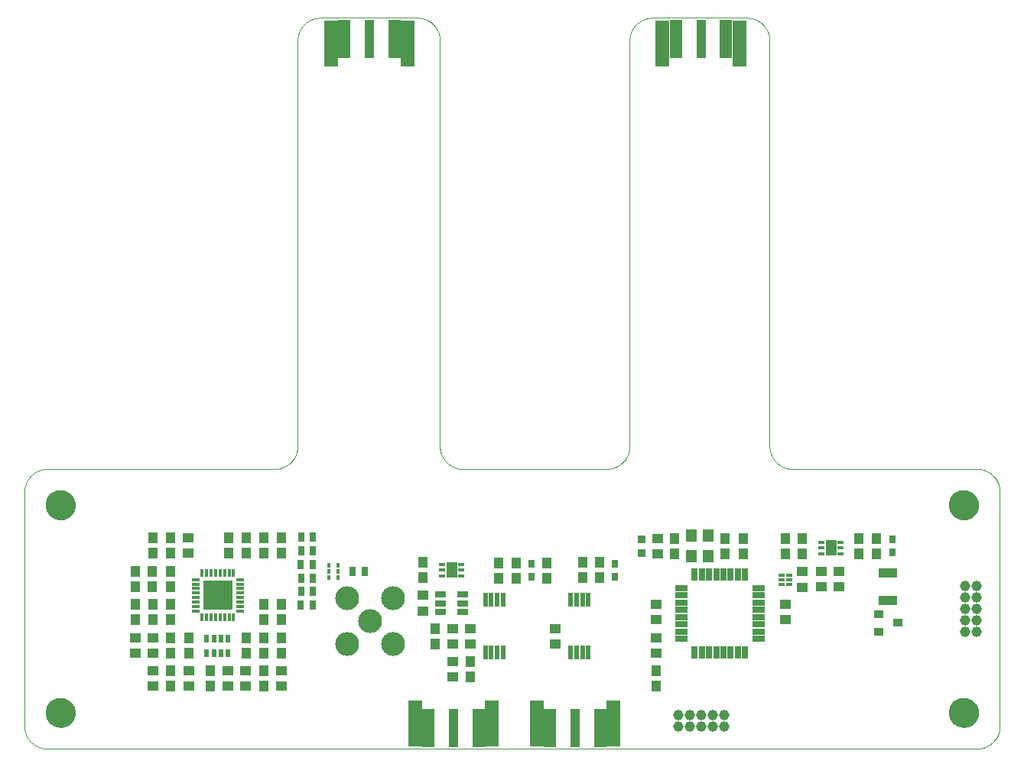
<source format=gts>
G75*
%MOIN*%
%OFA0B0*%
%FSLAX25Y25*%
%IPPOS*%
%LPD*%
%AMOC8*
5,1,8,0,0,1.08239X$1,22.5*
%
%ADD10C,0.00000*%
%ADD11R,0.04337X0.04731*%
%ADD12R,0.03156X0.03943*%
%ADD13R,0.01699X0.02014*%
%ADD14R,0.01581X0.03746*%
%ADD15R,0.03746X0.01581*%
%ADD16R,0.12998X0.12998*%
%ADD17R,0.04731X0.04337*%
%ADD18R,0.02172X0.03550*%
%ADD19R,0.02600X0.05400*%
%ADD20R,0.05400X0.02600*%
%ADD21R,0.02172X0.06207*%
%ADD22R,0.03156X0.03353*%
%ADD23R,0.07880X0.04337*%
%ADD24R,0.03943X0.03550*%
%ADD25R,0.02762X0.01778*%
%ADD26R,0.04731X0.07093*%
%ADD27R,0.03943X0.16542*%
%ADD28R,0.05321X0.16542*%
%ADD29R,0.05912X0.20085*%
%ADD30C,0.04534*%
%ADD31R,0.03550X0.03550*%
%ADD32C,0.12998*%
%ADD33C,0.10400*%
%ADD34R,0.04534X0.05518*%
%ADD35R,0.05124X0.02762*%
%ADD36R,0.03000X0.01400*%
D10*
X0013469Y0037693D02*
X0418665Y0037693D01*
X0418907Y0037696D01*
X0419148Y0037705D01*
X0419389Y0037719D01*
X0419630Y0037740D01*
X0419870Y0037766D01*
X0420110Y0037798D01*
X0420349Y0037836D01*
X0420586Y0037879D01*
X0420823Y0037929D01*
X0421058Y0037984D01*
X0421292Y0038044D01*
X0421524Y0038111D01*
X0421755Y0038182D01*
X0421984Y0038260D01*
X0422211Y0038343D01*
X0422436Y0038431D01*
X0422659Y0038525D01*
X0422879Y0038624D01*
X0423097Y0038729D01*
X0423312Y0038838D01*
X0423525Y0038953D01*
X0423735Y0039073D01*
X0423941Y0039198D01*
X0424145Y0039328D01*
X0424346Y0039463D01*
X0424543Y0039603D01*
X0424737Y0039747D01*
X0424927Y0039896D01*
X0425113Y0040050D01*
X0425296Y0040208D01*
X0425475Y0040370D01*
X0425650Y0040537D01*
X0425821Y0040708D01*
X0425988Y0040883D01*
X0426150Y0041062D01*
X0426308Y0041245D01*
X0426462Y0041431D01*
X0426611Y0041621D01*
X0426755Y0041815D01*
X0426895Y0042012D01*
X0427030Y0042213D01*
X0427160Y0042417D01*
X0427285Y0042623D01*
X0427405Y0042833D01*
X0427520Y0043046D01*
X0427629Y0043261D01*
X0427734Y0043479D01*
X0427833Y0043699D01*
X0427927Y0043922D01*
X0428015Y0044147D01*
X0428098Y0044374D01*
X0428176Y0044603D01*
X0428247Y0044834D01*
X0428314Y0045066D01*
X0428374Y0045300D01*
X0428429Y0045535D01*
X0428479Y0045772D01*
X0428522Y0046009D01*
X0428560Y0046248D01*
X0428592Y0046488D01*
X0428618Y0046728D01*
X0428639Y0046969D01*
X0428653Y0047210D01*
X0428662Y0047451D01*
X0428665Y0047693D01*
X0428665Y0149740D01*
X0428662Y0149982D01*
X0428653Y0150223D01*
X0428639Y0150464D01*
X0428618Y0150705D01*
X0428592Y0150945D01*
X0428560Y0151185D01*
X0428522Y0151424D01*
X0428479Y0151661D01*
X0428429Y0151898D01*
X0428374Y0152133D01*
X0428314Y0152367D01*
X0428247Y0152599D01*
X0428176Y0152830D01*
X0428098Y0153059D01*
X0428015Y0153286D01*
X0427927Y0153511D01*
X0427833Y0153734D01*
X0427734Y0153954D01*
X0427629Y0154172D01*
X0427520Y0154387D01*
X0427405Y0154600D01*
X0427285Y0154810D01*
X0427160Y0155016D01*
X0427030Y0155220D01*
X0426895Y0155421D01*
X0426755Y0155618D01*
X0426611Y0155812D01*
X0426462Y0156002D01*
X0426308Y0156188D01*
X0426150Y0156371D01*
X0425988Y0156550D01*
X0425821Y0156725D01*
X0425650Y0156896D01*
X0425475Y0157063D01*
X0425296Y0157225D01*
X0425113Y0157383D01*
X0424927Y0157537D01*
X0424737Y0157686D01*
X0424543Y0157830D01*
X0424346Y0157970D01*
X0424145Y0158105D01*
X0423941Y0158235D01*
X0423735Y0158360D01*
X0423525Y0158480D01*
X0423312Y0158595D01*
X0423097Y0158704D01*
X0422879Y0158809D01*
X0422659Y0158908D01*
X0422436Y0159002D01*
X0422211Y0159090D01*
X0421984Y0159173D01*
X0421755Y0159251D01*
X0421524Y0159322D01*
X0421292Y0159389D01*
X0421058Y0159449D01*
X0420823Y0159504D01*
X0420586Y0159554D01*
X0420349Y0159597D01*
X0420110Y0159635D01*
X0419870Y0159667D01*
X0419630Y0159693D01*
X0419389Y0159714D01*
X0419148Y0159728D01*
X0418907Y0159737D01*
X0418665Y0159740D01*
X0338272Y0159740D01*
X0338030Y0159743D01*
X0337789Y0159752D01*
X0337548Y0159766D01*
X0337307Y0159787D01*
X0337067Y0159813D01*
X0336827Y0159845D01*
X0336588Y0159883D01*
X0336351Y0159926D01*
X0336114Y0159976D01*
X0335879Y0160031D01*
X0335645Y0160091D01*
X0335413Y0160158D01*
X0335182Y0160229D01*
X0334953Y0160307D01*
X0334726Y0160390D01*
X0334501Y0160478D01*
X0334278Y0160572D01*
X0334058Y0160671D01*
X0333840Y0160776D01*
X0333625Y0160885D01*
X0333412Y0161000D01*
X0333202Y0161120D01*
X0332996Y0161245D01*
X0332792Y0161375D01*
X0332591Y0161510D01*
X0332394Y0161650D01*
X0332200Y0161794D01*
X0332010Y0161943D01*
X0331824Y0162097D01*
X0331641Y0162255D01*
X0331462Y0162417D01*
X0331287Y0162584D01*
X0331116Y0162755D01*
X0330949Y0162930D01*
X0330787Y0163109D01*
X0330629Y0163292D01*
X0330475Y0163478D01*
X0330326Y0163668D01*
X0330182Y0163862D01*
X0330042Y0164059D01*
X0329907Y0164260D01*
X0329777Y0164464D01*
X0329652Y0164670D01*
X0329532Y0164880D01*
X0329417Y0165093D01*
X0329308Y0165308D01*
X0329203Y0165526D01*
X0329104Y0165746D01*
X0329010Y0165969D01*
X0328922Y0166194D01*
X0328839Y0166421D01*
X0328761Y0166650D01*
X0328690Y0166881D01*
X0328623Y0167113D01*
X0328563Y0167347D01*
X0328508Y0167582D01*
X0328458Y0167819D01*
X0328415Y0168056D01*
X0328377Y0168295D01*
X0328345Y0168535D01*
X0328319Y0168775D01*
X0328298Y0169016D01*
X0328284Y0169257D01*
X0328275Y0169498D01*
X0328272Y0169740D01*
X0328272Y0346591D01*
X0328269Y0346833D01*
X0328260Y0347074D01*
X0328246Y0347315D01*
X0328225Y0347556D01*
X0328199Y0347796D01*
X0328167Y0348036D01*
X0328129Y0348275D01*
X0328086Y0348512D01*
X0328036Y0348749D01*
X0327981Y0348984D01*
X0327921Y0349218D01*
X0327854Y0349450D01*
X0327783Y0349681D01*
X0327705Y0349910D01*
X0327622Y0350137D01*
X0327534Y0350362D01*
X0327440Y0350585D01*
X0327341Y0350805D01*
X0327236Y0351023D01*
X0327127Y0351238D01*
X0327012Y0351451D01*
X0326892Y0351661D01*
X0326767Y0351867D01*
X0326637Y0352071D01*
X0326502Y0352272D01*
X0326362Y0352469D01*
X0326218Y0352663D01*
X0326069Y0352853D01*
X0325915Y0353039D01*
X0325757Y0353222D01*
X0325595Y0353401D01*
X0325428Y0353576D01*
X0325257Y0353747D01*
X0325082Y0353914D01*
X0324903Y0354076D01*
X0324720Y0354234D01*
X0324534Y0354388D01*
X0324344Y0354537D01*
X0324150Y0354681D01*
X0323953Y0354821D01*
X0323752Y0354956D01*
X0323548Y0355086D01*
X0323342Y0355211D01*
X0323132Y0355331D01*
X0322919Y0355446D01*
X0322704Y0355555D01*
X0322486Y0355660D01*
X0322266Y0355759D01*
X0322043Y0355853D01*
X0321818Y0355941D01*
X0321591Y0356024D01*
X0321362Y0356102D01*
X0321131Y0356173D01*
X0320899Y0356240D01*
X0320665Y0356300D01*
X0320430Y0356355D01*
X0320193Y0356405D01*
X0319956Y0356448D01*
X0319717Y0356486D01*
X0319477Y0356518D01*
X0319237Y0356544D01*
X0318996Y0356565D01*
X0318755Y0356579D01*
X0318514Y0356588D01*
X0318272Y0356591D01*
X0277248Y0356591D01*
X0277006Y0356588D01*
X0276765Y0356579D01*
X0276524Y0356565D01*
X0276283Y0356544D01*
X0276043Y0356518D01*
X0275803Y0356486D01*
X0275564Y0356448D01*
X0275327Y0356405D01*
X0275090Y0356355D01*
X0274855Y0356300D01*
X0274621Y0356240D01*
X0274389Y0356173D01*
X0274158Y0356102D01*
X0273929Y0356024D01*
X0273702Y0355941D01*
X0273477Y0355853D01*
X0273254Y0355759D01*
X0273034Y0355660D01*
X0272816Y0355555D01*
X0272601Y0355446D01*
X0272388Y0355331D01*
X0272178Y0355211D01*
X0271972Y0355086D01*
X0271768Y0354956D01*
X0271567Y0354821D01*
X0271370Y0354681D01*
X0271176Y0354537D01*
X0270986Y0354388D01*
X0270800Y0354234D01*
X0270617Y0354076D01*
X0270438Y0353914D01*
X0270263Y0353747D01*
X0270092Y0353576D01*
X0269925Y0353401D01*
X0269763Y0353222D01*
X0269605Y0353039D01*
X0269451Y0352853D01*
X0269302Y0352663D01*
X0269158Y0352469D01*
X0269018Y0352272D01*
X0268883Y0352071D01*
X0268753Y0351867D01*
X0268628Y0351661D01*
X0268508Y0351451D01*
X0268393Y0351238D01*
X0268284Y0351023D01*
X0268179Y0350805D01*
X0268080Y0350585D01*
X0267986Y0350362D01*
X0267898Y0350137D01*
X0267815Y0349910D01*
X0267737Y0349681D01*
X0267666Y0349450D01*
X0267599Y0349218D01*
X0267539Y0348984D01*
X0267484Y0348749D01*
X0267434Y0348512D01*
X0267391Y0348275D01*
X0267353Y0348036D01*
X0267321Y0347796D01*
X0267295Y0347556D01*
X0267274Y0347315D01*
X0267260Y0347074D01*
X0267251Y0346833D01*
X0267248Y0346591D01*
X0267248Y0169740D01*
X0267245Y0169498D01*
X0267236Y0169257D01*
X0267222Y0169016D01*
X0267201Y0168775D01*
X0267175Y0168535D01*
X0267143Y0168295D01*
X0267105Y0168056D01*
X0267062Y0167819D01*
X0267012Y0167582D01*
X0266957Y0167347D01*
X0266897Y0167113D01*
X0266830Y0166881D01*
X0266759Y0166650D01*
X0266681Y0166421D01*
X0266598Y0166194D01*
X0266510Y0165969D01*
X0266416Y0165746D01*
X0266317Y0165526D01*
X0266212Y0165308D01*
X0266103Y0165093D01*
X0265988Y0164880D01*
X0265868Y0164670D01*
X0265743Y0164464D01*
X0265613Y0164260D01*
X0265478Y0164059D01*
X0265338Y0163862D01*
X0265194Y0163668D01*
X0265045Y0163478D01*
X0264891Y0163292D01*
X0264733Y0163109D01*
X0264571Y0162930D01*
X0264404Y0162755D01*
X0264233Y0162584D01*
X0264058Y0162417D01*
X0263879Y0162255D01*
X0263696Y0162097D01*
X0263510Y0161943D01*
X0263320Y0161794D01*
X0263126Y0161650D01*
X0262929Y0161510D01*
X0262728Y0161375D01*
X0262524Y0161245D01*
X0262318Y0161120D01*
X0262108Y0161000D01*
X0261895Y0160885D01*
X0261680Y0160776D01*
X0261462Y0160671D01*
X0261242Y0160572D01*
X0261019Y0160478D01*
X0260794Y0160390D01*
X0260567Y0160307D01*
X0260338Y0160229D01*
X0260107Y0160158D01*
X0259875Y0160091D01*
X0259641Y0160031D01*
X0259406Y0159976D01*
X0259169Y0159926D01*
X0258932Y0159883D01*
X0258693Y0159845D01*
X0258453Y0159813D01*
X0258213Y0159787D01*
X0257972Y0159766D01*
X0257731Y0159752D01*
X0257490Y0159743D01*
X0257248Y0159740D01*
X0194571Y0159740D01*
X0194329Y0159743D01*
X0194088Y0159752D01*
X0193847Y0159766D01*
X0193606Y0159787D01*
X0193366Y0159813D01*
X0193126Y0159845D01*
X0192887Y0159883D01*
X0192650Y0159926D01*
X0192413Y0159976D01*
X0192178Y0160031D01*
X0191944Y0160091D01*
X0191712Y0160158D01*
X0191481Y0160229D01*
X0191252Y0160307D01*
X0191025Y0160390D01*
X0190800Y0160478D01*
X0190577Y0160572D01*
X0190357Y0160671D01*
X0190139Y0160776D01*
X0189924Y0160885D01*
X0189711Y0161000D01*
X0189501Y0161120D01*
X0189295Y0161245D01*
X0189091Y0161375D01*
X0188890Y0161510D01*
X0188693Y0161650D01*
X0188499Y0161794D01*
X0188309Y0161943D01*
X0188123Y0162097D01*
X0187940Y0162255D01*
X0187761Y0162417D01*
X0187586Y0162584D01*
X0187415Y0162755D01*
X0187248Y0162930D01*
X0187086Y0163109D01*
X0186928Y0163292D01*
X0186774Y0163478D01*
X0186625Y0163668D01*
X0186481Y0163862D01*
X0186341Y0164059D01*
X0186206Y0164260D01*
X0186076Y0164464D01*
X0185951Y0164670D01*
X0185831Y0164880D01*
X0185716Y0165093D01*
X0185607Y0165308D01*
X0185502Y0165526D01*
X0185403Y0165746D01*
X0185309Y0165969D01*
X0185221Y0166194D01*
X0185138Y0166421D01*
X0185060Y0166650D01*
X0184989Y0166881D01*
X0184922Y0167113D01*
X0184862Y0167347D01*
X0184807Y0167582D01*
X0184757Y0167819D01*
X0184714Y0168056D01*
X0184676Y0168295D01*
X0184644Y0168535D01*
X0184618Y0168775D01*
X0184597Y0169016D01*
X0184583Y0169257D01*
X0184574Y0169498D01*
X0184571Y0169740D01*
X0184571Y0346748D01*
X0184568Y0346986D01*
X0184560Y0347224D01*
X0184545Y0347461D01*
X0184525Y0347698D01*
X0184499Y0347934D01*
X0184468Y0348170D01*
X0184431Y0348405D01*
X0184388Y0348639D01*
X0184339Y0348872D01*
X0184285Y0349104D01*
X0184225Y0349334D01*
X0184160Y0349563D01*
X0184089Y0349790D01*
X0184013Y0350015D01*
X0183931Y0350238D01*
X0183844Y0350460D01*
X0183752Y0350679D01*
X0183654Y0350896D01*
X0183552Y0351110D01*
X0183444Y0351322D01*
X0183330Y0351532D01*
X0183212Y0351738D01*
X0183089Y0351942D01*
X0182961Y0352142D01*
X0182829Y0352339D01*
X0182691Y0352534D01*
X0182549Y0352724D01*
X0182402Y0352912D01*
X0182251Y0353095D01*
X0182096Y0353275D01*
X0181936Y0353451D01*
X0181772Y0353623D01*
X0181603Y0353792D01*
X0181431Y0353956D01*
X0181255Y0354116D01*
X0181075Y0354271D01*
X0180892Y0354422D01*
X0180704Y0354569D01*
X0180514Y0354711D01*
X0180319Y0354849D01*
X0180122Y0354981D01*
X0179922Y0355109D01*
X0179718Y0355232D01*
X0179512Y0355350D01*
X0179302Y0355464D01*
X0179090Y0355572D01*
X0178876Y0355674D01*
X0178659Y0355772D01*
X0178440Y0355864D01*
X0178218Y0355951D01*
X0177995Y0356033D01*
X0177770Y0356109D01*
X0177543Y0356180D01*
X0177314Y0356245D01*
X0177084Y0356305D01*
X0176852Y0356359D01*
X0176619Y0356408D01*
X0176385Y0356451D01*
X0176150Y0356488D01*
X0175914Y0356519D01*
X0175678Y0356545D01*
X0175441Y0356565D01*
X0175204Y0356580D01*
X0174966Y0356588D01*
X0174728Y0356591D01*
X0132406Y0356591D01*
X0132168Y0356588D01*
X0131930Y0356580D01*
X0131693Y0356565D01*
X0131456Y0356545D01*
X0131220Y0356519D01*
X0130984Y0356488D01*
X0130749Y0356451D01*
X0130515Y0356408D01*
X0130282Y0356359D01*
X0130050Y0356305D01*
X0129820Y0356245D01*
X0129591Y0356180D01*
X0129364Y0356109D01*
X0129139Y0356033D01*
X0128916Y0355951D01*
X0128694Y0355864D01*
X0128475Y0355772D01*
X0128258Y0355674D01*
X0128044Y0355572D01*
X0127832Y0355464D01*
X0127622Y0355350D01*
X0127416Y0355232D01*
X0127212Y0355109D01*
X0127012Y0354981D01*
X0126815Y0354849D01*
X0126620Y0354711D01*
X0126430Y0354569D01*
X0126242Y0354422D01*
X0126059Y0354271D01*
X0125879Y0354116D01*
X0125703Y0353956D01*
X0125531Y0353792D01*
X0125362Y0353623D01*
X0125198Y0353451D01*
X0125038Y0353275D01*
X0124883Y0353095D01*
X0124732Y0352912D01*
X0124585Y0352724D01*
X0124443Y0352534D01*
X0124305Y0352339D01*
X0124173Y0352142D01*
X0124045Y0351942D01*
X0123922Y0351738D01*
X0123804Y0351532D01*
X0123690Y0351322D01*
X0123582Y0351110D01*
X0123480Y0350896D01*
X0123382Y0350679D01*
X0123290Y0350460D01*
X0123203Y0350238D01*
X0123121Y0350015D01*
X0123045Y0349790D01*
X0122974Y0349563D01*
X0122909Y0349334D01*
X0122849Y0349104D01*
X0122795Y0348872D01*
X0122746Y0348639D01*
X0122703Y0348405D01*
X0122666Y0348170D01*
X0122635Y0347934D01*
X0122609Y0347698D01*
X0122589Y0347461D01*
X0122574Y0347224D01*
X0122566Y0346986D01*
X0122563Y0346748D01*
X0122563Y0169740D01*
X0122560Y0169498D01*
X0122551Y0169257D01*
X0122537Y0169016D01*
X0122516Y0168775D01*
X0122490Y0168535D01*
X0122458Y0168295D01*
X0122420Y0168056D01*
X0122377Y0167819D01*
X0122327Y0167582D01*
X0122272Y0167347D01*
X0122212Y0167113D01*
X0122145Y0166881D01*
X0122074Y0166650D01*
X0121996Y0166421D01*
X0121913Y0166194D01*
X0121825Y0165969D01*
X0121731Y0165746D01*
X0121632Y0165526D01*
X0121527Y0165308D01*
X0121418Y0165093D01*
X0121303Y0164880D01*
X0121183Y0164670D01*
X0121058Y0164464D01*
X0120928Y0164260D01*
X0120793Y0164059D01*
X0120653Y0163862D01*
X0120509Y0163668D01*
X0120360Y0163478D01*
X0120206Y0163292D01*
X0120048Y0163109D01*
X0119886Y0162930D01*
X0119719Y0162755D01*
X0119548Y0162584D01*
X0119373Y0162417D01*
X0119194Y0162255D01*
X0119011Y0162097D01*
X0118825Y0161943D01*
X0118635Y0161794D01*
X0118441Y0161650D01*
X0118244Y0161510D01*
X0118043Y0161375D01*
X0117839Y0161245D01*
X0117633Y0161120D01*
X0117423Y0161000D01*
X0117210Y0160885D01*
X0116995Y0160776D01*
X0116777Y0160671D01*
X0116557Y0160572D01*
X0116334Y0160478D01*
X0116109Y0160390D01*
X0115882Y0160307D01*
X0115653Y0160229D01*
X0115422Y0160158D01*
X0115190Y0160091D01*
X0114956Y0160031D01*
X0114721Y0159976D01*
X0114484Y0159926D01*
X0114247Y0159883D01*
X0114008Y0159845D01*
X0113768Y0159813D01*
X0113528Y0159787D01*
X0113287Y0159766D01*
X0113046Y0159752D01*
X0112805Y0159743D01*
X0112563Y0159740D01*
X0013469Y0159740D01*
X0013227Y0159737D01*
X0012986Y0159728D01*
X0012745Y0159714D01*
X0012504Y0159693D01*
X0012264Y0159667D01*
X0012024Y0159635D01*
X0011785Y0159597D01*
X0011548Y0159554D01*
X0011311Y0159504D01*
X0011076Y0159449D01*
X0010842Y0159389D01*
X0010610Y0159322D01*
X0010379Y0159251D01*
X0010150Y0159173D01*
X0009923Y0159090D01*
X0009698Y0159002D01*
X0009475Y0158908D01*
X0009255Y0158809D01*
X0009037Y0158704D01*
X0008822Y0158595D01*
X0008609Y0158480D01*
X0008399Y0158360D01*
X0008193Y0158235D01*
X0007989Y0158105D01*
X0007788Y0157970D01*
X0007591Y0157830D01*
X0007397Y0157686D01*
X0007207Y0157537D01*
X0007021Y0157383D01*
X0006838Y0157225D01*
X0006659Y0157063D01*
X0006484Y0156896D01*
X0006313Y0156725D01*
X0006146Y0156550D01*
X0005984Y0156371D01*
X0005826Y0156188D01*
X0005672Y0156002D01*
X0005523Y0155812D01*
X0005379Y0155618D01*
X0005239Y0155421D01*
X0005104Y0155220D01*
X0004974Y0155016D01*
X0004849Y0154810D01*
X0004729Y0154600D01*
X0004614Y0154387D01*
X0004505Y0154172D01*
X0004400Y0153954D01*
X0004301Y0153734D01*
X0004207Y0153511D01*
X0004119Y0153286D01*
X0004036Y0153059D01*
X0003958Y0152830D01*
X0003887Y0152599D01*
X0003820Y0152367D01*
X0003760Y0152133D01*
X0003705Y0151898D01*
X0003655Y0151661D01*
X0003612Y0151424D01*
X0003574Y0151185D01*
X0003542Y0150945D01*
X0003516Y0150705D01*
X0003495Y0150464D01*
X0003481Y0150223D01*
X0003472Y0149982D01*
X0003469Y0149740D01*
X0003469Y0047693D01*
X0003472Y0047451D01*
X0003481Y0047210D01*
X0003495Y0046969D01*
X0003516Y0046728D01*
X0003542Y0046488D01*
X0003574Y0046248D01*
X0003612Y0046009D01*
X0003655Y0045772D01*
X0003705Y0045535D01*
X0003760Y0045300D01*
X0003820Y0045066D01*
X0003887Y0044834D01*
X0003958Y0044603D01*
X0004036Y0044374D01*
X0004119Y0044147D01*
X0004207Y0043922D01*
X0004301Y0043699D01*
X0004400Y0043479D01*
X0004505Y0043261D01*
X0004614Y0043046D01*
X0004729Y0042833D01*
X0004849Y0042623D01*
X0004974Y0042417D01*
X0005104Y0042213D01*
X0005239Y0042012D01*
X0005379Y0041815D01*
X0005523Y0041621D01*
X0005672Y0041431D01*
X0005826Y0041245D01*
X0005984Y0041062D01*
X0006146Y0040883D01*
X0006313Y0040708D01*
X0006484Y0040537D01*
X0006659Y0040370D01*
X0006838Y0040208D01*
X0007021Y0040050D01*
X0007207Y0039896D01*
X0007397Y0039747D01*
X0007591Y0039603D01*
X0007788Y0039463D01*
X0007989Y0039328D01*
X0008193Y0039198D01*
X0008399Y0039073D01*
X0008609Y0038953D01*
X0008822Y0038838D01*
X0009037Y0038729D01*
X0009255Y0038624D01*
X0009475Y0038525D01*
X0009698Y0038431D01*
X0009923Y0038343D01*
X0010150Y0038260D01*
X0010379Y0038182D01*
X0010610Y0038111D01*
X0010842Y0038044D01*
X0011076Y0037984D01*
X0011311Y0037929D01*
X0011548Y0037879D01*
X0011785Y0037836D01*
X0012024Y0037798D01*
X0012264Y0037766D01*
X0012504Y0037740D01*
X0012745Y0037719D01*
X0012986Y0037705D01*
X0013227Y0037696D01*
X0013469Y0037693D01*
X0012918Y0053441D02*
X0012920Y0053599D01*
X0012926Y0053757D01*
X0012936Y0053915D01*
X0012950Y0054073D01*
X0012968Y0054230D01*
X0012989Y0054387D01*
X0013015Y0054543D01*
X0013045Y0054699D01*
X0013078Y0054854D01*
X0013116Y0055007D01*
X0013157Y0055160D01*
X0013202Y0055312D01*
X0013251Y0055463D01*
X0013304Y0055612D01*
X0013360Y0055760D01*
X0013420Y0055906D01*
X0013484Y0056051D01*
X0013552Y0056194D01*
X0013623Y0056336D01*
X0013697Y0056476D01*
X0013775Y0056613D01*
X0013857Y0056749D01*
X0013941Y0056883D01*
X0014030Y0057014D01*
X0014121Y0057143D01*
X0014216Y0057270D01*
X0014313Y0057395D01*
X0014414Y0057517D01*
X0014518Y0057636D01*
X0014625Y0057753D01*
X0014735Y0057867D01*
X0014848Y0057978D01*
X0014963Y0058087D01*
X0015081Y0058192D01*
X0015202Y0058294D01*
X0015325Y0058394D01*
X0015451Y0058490D01*
X0015579Y0058583D01*
X0015709Y0058673D01*
X0015842Y0058759D01*
X0015977Y0058843D01*
X0016113Y0058922D01*
X0016252Y0058999D01*
X0016393Y0059071D01*
X0016535Y0059141D01*
X0016679Y0059206D01*
X0016825Y0059268D01*
X0016972Y0059326D01*
X0017121Y0059381D01*
X0017271Y0059432D01*
X0017422Y0059479D01*
X0017574Y0059522D01*
X0017727Y0059561D01*
X0017882Y0059597D01*
X0018037Y0059628D01*
X0018193Y0059656D01*
X0018349Y0059680D01*
X0018506Y0059700D01*
X0018664Y0059716D01*
X0018821Y0059728D01*
X0018980Y0059736D01*
X0019138Y0059740D01*
X0019296Y0059740D01*
X0019454Y0059736D01*
X0019613Y0059728D01*
X0019770Y0059716D01*
X0019928Y0059700D01*
X0020085Y0059680D01*
X0020241Y0059656D01*
X0020397Y0059628D01*
X0020552Y0059597D01*
X0020707Y0059561D01*
X0020860Y0059522D01*
X0021012Y0059479D01*
X0021163Y0059432D01*
X0021313Y0059381D01*
X0021462Y0059326D01*
X0021609Y0059268D01*
X0021755Y0059206D01*
X0021899Y0059141D01*
X0022041Y0059071D01*
X0022182Y0058999D01*
X0022321Y0058922D01*
X0022457Y0058843D01*
X0022592Y0058759D01*
X0022725Y0058673D01*
X0022855Y0058583D01*
X0022983Y0058490D01*
X0023109Y0058394D01*
X0023232Y0058294D01*
X0023353Y0058192D01*
X0023471Y0058087D01*
X0023586Y0057978D01*
X0023699Y0057867D01*
X0023809Y0057753D01*
X0023916Y0057636D01*
X0024020Y0057517D01*
X0024121Y0057395D01*
X0024218Y0057270D01*
X0024313Y0057143D01*
X0024404Y0057014D01*
X0024493Y0056883D01*
X0024577Y0056749D01*
X0024659Y0056613D01*
X0024737Y0056476D01*
X0024811Y0056336D01*
X0024882Y0056194D01*
X0024950Y0056051D01*
X0025014Y0055906D01*
X0025074Y0055760D01*
X0025130Y0055612D01*
X0025183Y0055463D01*
X0025232Y0055312D01*
X0025277Y0055160D01*
X0025318Y0055007D01*
X0025356Y0054854D01*
X0025389Y0054699D01*
X0025419Y0054543D01*
X0025445Y0054387D01*
X0025466Y0054230D01*
X0025484Y0054073D01*
X0025498Y0053915D01*
X0025508Y0053757D01*
X0025514Y0053599D01*
X0025516Y0053441D01*
X0025514Y0053283D01*
X0025508Y0053125D01*
X0025498Y0052967D01*
X0025484Y0052809D01*
X0025466Y0052652D01*
X0025445Y0052495D01*
X0025419Y0052339D01*
X0025389Y0052183D01*
X0025356Y0052028D01*
X0025318Y0051875D01*
X0025277Y0051722D01*
X0025232Y0051570D01*
X0025183Y0051419D01*
X0025130Y0051270D01*
X0025074Y0051122D01*
X0025014Y0050976D01*
X0024950Y0050831D01*
X0024882Y0050688D01*
X0024811Y0050546D01*
X0024737Y0050406D01*
X0024659Y0050269D01*
X0024577Y0050133D01*
X0024493Y0049999D01*
X0024404Y0049868D01*
X0024313Y0049739D01*
X0024218Y0049612D01*
X0024121Y0049487D01*
X0024020Y0049365D01*
X0023916Y0049246D01*
X0023809Y0049129D01*
X0023699Y0049015D01*
X0023586Y0048904D01*
X0023471Y0048795D01*
X0023353Y0048690D01*
X0023232Y0048588D01*
X0023109Y0048488D01*
X0022983Y0048392D01*
X0022855Y0048299D01*
X0022725Y0048209D01*
X0022592Y0048123D01*
X0022457Y0048039D01*
X0022321Y0047960D01*
X0022182Y0047883D01*
X0022041Y0047811D01*
X0021899Y0047741D01*
X0021755Y0047676D01*
X0021609Y0047614D01*
X0021462Y0047556D01*
X0021313Y0047501D01*
X0021163Y0047450D01*
X0021012Y0047403D01*
X0020860Y0047360D01*
X0020707Y0047321D01*
X0020552Y0047285D01*
X0020397Y0047254D01*
X0020241Y0047226D01*
X0020085Y0047202D01*
X0019928Y0047182D01*
X0019770Y0047166D01*
X0019613Y0047154D01*
X0019454Y0047146D01*
X0019296Y0047142D01*
X0019138Y0047142D01*
X0018980Y0047146D01*
X0018821Y0047154D01*
X0018664Y0047166D01*
X0018506Y0047182D01*
X0018349Y0047202D01*
X0018193Y0047226D01*
X0018037Y0047254D01*
X0017882Y0047285D01*
X0017727Y0047321D01*
X0017574Y0047360D01*
X0017422Y0047403D01*
X0017271Y0047450D01*
X0017121Y0047501D01*
X0016972Y0047556D01*
X0016825Y0047614D01*
X0016679Y0047676D01*
X0016535Y0047741D01*
X0016393Y0047811D01*
X0016252Y0047883D01*
X0016113Y0047960D01*
X0015977Y0048039D01*
X0015842Y0048123D01*
X0015709Y0048209D01*
X0015579Y0048299D01*
X0015451Y0048392D01*
X0015325Y0048488D01*
X0015202Y0048588D01*
X0015081Y0048690D01*
X0014963Y0048795D01*
X0014848Y0048904D01*
X0014735Y0049015D01*
X0014625Y0049129D01*
X0014518Y0049246D01*
X0014414Y0049365D01*
X0014313Y0049487D01*
X0014216Y0049612D01*
X0014121Y0049739D01*
X0014030Y0049868D01*
X0013941Y0049999D01*
X0013857Y0050133D01*
X0013775Y0050269D01*
X0013697Y0050406D01*
X0013623Y0050546D01*
X0013552Y0050688D01*
X0013484Y0050831D01*
X0013420Y0050976D01*
X0013360Y0051122D01*
X0013304Y0051270D01*
X0013251Y0051419D01*
X0013202Y0051570D01*
X0013157Y0051722D01*
X0013116Y0051875D01*
X0013078Y0052028D01*
X0013045Y0052183D01*
X0013015Y0052339D01*
X0012989Y0052495D01*
X0012968Y0052652D01*
X0012950Y0052809D01*
X0012936Y0052967D01*
X0012926Y0053125D01*
X0012920Y0053283D01*
X0012918Y0053441D01*
X0012918Y0143992D02*
X0012920Y0144150D01*
X0012926Y0144308D01*
X0012936Y0144466D01*
X0012950Y0144624D01*
X0012968Y0144781D01*
X0012989Y0144938D01*
X0013015Y0145094D01*
X0013045Y0145250D01*
X0013078Y0145405D01*
X0013116Y0145558D01*
X0013157Y0145711D01*
X0013202Y0145863D01*
X0013251Y0146014D01*
X0013304Y0146163D01*
X0013360Y0146311D01*
X0013420Y0146457D01*
X0013484Y0146602D01*
X0013552Y0146745D01*
X0013623Y0146887D01*
X0013697Y0147027D01*
X0013775Y0147164D01*
X0013857Y0147300D01*
X0013941Y0147434D01*
X0014030Y0147565D01*
X0014121Y0147694D01*
X0014216Y0147821D01*
X0014313Y0147946D01*
X0014414Y0148068D01*
X0014518Y0148187D01*
X0014625Y0148304D01*
X0014735Y0148418D01*
X0014848Y0148529D01*
X0014963Y0148638D01*
X0015081Y0148743D01*
X0015202Y0148845D01*
X0015325Y0148945D01*
X0015451Y0149041D01*
X0015579Y0149134D01*
X0015709Y0149224D01*
X0015842Y0149310D01*
X0015977Y0149394D01*
X0016113Y0149473D01*
X0016252Y0149550D01*
X0016393Y0149622D01*
X0016535Y0149692D01*
X0016679Y0149757D01*
X0016825Y0149819D01*
X0016972Y0149877D01*
X0017121Y0149932D01*
X0017271Y0149983D01*
X0017422Y0150030D01*
X0017574Y0150073D01*
X0017727Y0150112D01*
X0017882Y0150148D01*
X0018037Y0150179D01*
X0018193Y0150207D01*
X0018349Y0150231D01*
X0018506Y0150251D01*
X0018664Y0150267D01*
X0018821Y0150279D01*
X0018980Y0150287D01*
X0019138Y0150291D01*
X0019296Y0150291D01*
X0019454Y0150287D01*
X0019613Y0150279D01*
X0019770Y0150267D01*
X0019928Y0150251D01*
X0020085Y0150231D01*
X0020241Y0150207D01*
X0020397Y0150179D01*
X0020552Y0150148D01*
X0020707Y0150112D01*
X0020860Y0150073D01*
X0021012Y0150030D01*
X0021163Y0149983D01*
X0021313Y0149932D01*
X0021462Y0149877D01*
X0021609Y0149819D01*
X0021755Y0149757D01*
X0021899Y0149692D01*
X0022041Y0149622D01*
X0022182Y0149550D01*
X0022321Y0149473D01*
X0022457Y0149394D01*
X0022592Y0149310D01*
X0022725Y0149224D01*
X0022855Y0149134D01*
X0022983Y0149041D01*
X0023109Y0148945D01*
X0023232Y0148845D01*
X0023353Y0148743D01*
X0023471Y0148638D01*
X0023586Y0148529D01*
X0023699Y0148418D01*
X0023809Y0148304D01*
X0023916Y0148187D01*
X0024020Y0148068D01*
X0024121Y0147946D01*
X0024218Y0147821D01*
X0024313Y0147694D01*
X0024404Y0147565D01*
X0024493Y0147434D01*
X0024577Y0147300D01*
X0024659Y0147164D01*
X0024737Y0147027D01*
X0024811Y0146887D01*
X0024882Y0146745D01*
X0024950Y0146602D01*
X0025014Y0146457D01*
X0025074Y0146311D01*
X0025130Y0146163D01*
X0025183Y0146014D01*
X0025232Y0145863D01*
X0025277Y0145711D01*
X0025318Y0145558D01*
X0025356Y0145405D01*
X0025389Y0145250D01*
X0025419Y0145094D01*
X0025445Y0144938D01*
X0025466Y0144781D01*
X0025484Y0144624D01*
X0025498Y0144466D01*
X0025508Y0144308D01*
X0025514Y0144150D01*
X0025516Y0143992D01*
X0025514Y0143834D01*
X0025508Y0143676D01*
X0025498Y0143518D01*
X0025484Y0143360D01*
X0025466Y0143203D01*
X0025445Y0143046D01*
X0025419Y0142890D01*
X0025389Y0142734D01*
X0025356Y0142579D01*
X0025318Y0142426D01*
X0025277Y0142273D01*
X0025232Y0142121D01*
X0025183Y0141970D01*
X0025130Y0141821D01*
X0025074Y0141673D01*
X0025014Y0141527D01*
X0024950Y0141382D01*
X0024882Y0141239D01*
X0024811Y0141097D01*
X0024737Y0140957D01*
X0024659Y0140820D01*
X0024577Y0140684D01*
X0024493Y0140550D01*
X0024404Y0140419D01*
X0024313Y0140290D01*
X0024218Y0140163D01*
X0024121Y0140038D01*
X0024020Y0139916D01*
X0023916Y0139797D01*
X0023809Y0139680D01*
X0023699Y0139566D01*
X0023586Y0139455D01*
X0023471Y0139346D01*
X0023353Y0139241D01*
X0023232Y0139139D01*
X0023109Y0139039D01*
X0022983Y0138943D01*
X0022855Y0138850D01*
X0022725Y0138760D01*
X0022592Y0138674D01*
X0022457Y0138590D01*
X0022321Y0138511D01*
X0022182Y0138434D01*
X0022041Y0138362D01*
X0021899Y0138292D01*
X0021755Y0138227D01*
X0021609Y0138165D01*
X0021462Y0138107D01*
X0021313Y0138052D01*
X0021163Y0138001D01*
X0021012Y0137954D01*
X0020860Y0137911D01*
X0020707Y0137872D01*
X0020552Y0137836D01*
X0020397Y0137805D01*
X0020241Y0137777D01*
X0020085Y0137753D01*
X0019928Y0137733D01*
X0019770Y0137717D01*
X0019613Y0137705D01*
X0019454Y0137697D01*
X0019296Y0137693D01*
X0019138Y0137693D01*
X0018980Y0137697D01*
X0018821Y0137705D01*
X0018664Y0137717D01*
X0018506Y0137733D01*
X0018349Y0137753D01*
X0018193Y0137777D01*
X0018037Y0137805D01*
X0017882Y0137836D01*
X0017727Y0137872D01*
X0017574Y0137911D01*
X0017422Y0137954D01*
X0017271Y0138001D01*
X0017121Y0138052D01*
X0016972Y0138107D01*
X0016825Y0138165D01*
X0016679Y0138227D01*
X0016535Y0138292D01*
X0016393Y0138362D01*
X0016252Y0138434D01*
X0016113Y0138511D01*
X0015977Y0138590D01*
X0015842Y0138674D01*
X0015709Y0138760D01*
X0015579Y0138850D01*
X0015451Y0138943D01*
X0015325Y0139039D01*
X0015202Y0139139D01*
X0015081Y0139241D01*
X0014963Y0139346D01*
X0014848Y0139455D01*
X0014735Y0139566D01*
X0014625Y0139680D01*
X0014518Y0139797D01*
X0014414Y0139916D01*
X0014313Y0140038D01*
X0014216Y0140163D01*
X0014121Y0140290D01*
X0014030Y0140419D01*
X0013941Y0140550D01*
X0013857Y0140684D01*
X0013775Y0140820D01*
X0013697Y0140957D01*
X0013623Y0141097D01*
X0013552Y0141239D01*
X0013484Y0141382D01*
X0013420Y0141527D01*
X0013360Y0141673D01*
X0013304Y0141821D01*
X0013251Y0141970D01*
X0013202Y0142121D01*
X0013157Y0142273D01*
X0013116Y0142426D01*
X0013078Y0142579D01*
X0013045Y0142734D01*
X0013015Y0142890D01*
X0012989Y0143046D01*
X0012968Y0143203D01*
X0012950Y0143360D01*
X0012936Y0143518D01*
X0012926Y0143676D01*
X0012920Y0143834D01*
X0012918Y0143992D01*
X0406618Y0143992D02*
X0406620Y0144150D01*
X0406626Y0144308D01*
X0406636Y0144466D01*
X0406650Y0144624D01*
X0406668Y0144781D01*
X0406689Y0144938D01*
X0406715Y0145094D01*
X0406745Y0145250D01*
X0406778Y0145405D01*
X0406816Y0145558D01*
X0406857Y0145711D01*
X0406902Y0145863D01*
X0406951Y0146014D01*
X0407004Y0146163D01*
X0407060Y0146311D01*
X0407120Y0146457D01*
X0407184Y0146602D01*
X0407252Y0146745D01*
X0407323Y0146887D01*
X0407397Y0147027D01*
X0407475Y0147164D01*
X0407557Y0147300D01*
X0407641Y0147434D01*
X0407730Y0147565D01*
X0407821Y0147694D01*
X0407916Y0147821D01*
X0408013Y0147946D01*
X0408114Y0148068D01*
X0408218Y0148187D01*
X0408325Y0148304D01*
X0408435Y0148418D01*
X0408548Y0148529D01*
X0408663Y0148638D01*
X0408781Y0148743D01*
X0408902Y0148845D01*
X0409025Y0148945D01*
X0409151Y0149041D01*
X0409279Y0149134D01*
X0409409Y0149224D01*
X0409542Y0149310D01*
X0409677Y0149394D01*
X0409813Y0149473D01*
X0409952Y0149550D01*
X0410093Y0149622D01*
X0410235Y0149692D01*
X0410379Y0149757D01*
X0410525Y0149819D01*
X0410672Y0149877D01*
X0410821Y0149932D01*
X0410971Y0149983D01*
X0411122Y0150030D01*
X0411274Y0150073D01*
X0411427Y0150112D01*
X0411582Y0150148D01*
X0411737Y0150179D01*
X0411893Y0150207D01*
X0412049Y0150231D01*
X0412206Y0150251D01*
X0412364Y0150267D01*
X0412521Y0150279D01*
X0412680Y0150287D01*
X0412838Y0150291D01*
X0412996Y0150291D01*
X0413154Y0150287D01*
X0413313Y0150279D01*
X0413470Y0150267D01*
X0413628Y0150251D01*
X0413785Y0150231D01*
X0413941Y0150207D01*
X0414097Y0150179D01*
X0414252Y0150148D01*
X0414407Y0150112D01*
X0414560Y0150073D01*
X0414712Y0150030D01*
X0414863Y0149983D01*
X0415013Y0149932D01*
X0415162Y0149877D01*
X0415309Y0149819D01*
X0415455Y0149757D01*
X0415599Y0149692D01*
X0415741Y0149622D01*
X0415882Y0149550D01*
X0416021Y0149473D01*
X0416157Y0149394D01*
X0416292Y0149310D01*
X0416425Y0149224D01*
X0416555Y0149134D01*
X0416683Y0149041D01*
X0416809Y0148945D01*
X0416932Y0148845D01*
X0417053Y0148743D01*
X0417171Y0148638D01*
X0417286Y0148529D01*
X0417399Y0148418D01*
X0417509Y0148304D01*
X0417616Y0148187D01*
X0417720Y0148068D01*
X0417821Y0147946D01*
X0417918Y0147821D01*
X0418013Y0147694D01*
X0418104Y0147565D01*
X0418193Y0147434D01*
X0418277Y0147300D01*
X0418359Y0147164D01*
X0418437Y0147027D01*
X0418511Y0146887D01*
X0418582Y0146745D01*
X0418650Y0146602D01*
X0418714Y0146457D01*
X0418774Y0146311D01*
X0418830Y0146163D01*
X0418883Y0146014D01*
X0418932Y0145863D01*
X0418977Y0145711D01*
X0419018Y0145558D01*
X0419056Y0145405D01*
X0419089Y0145250D01*
X0419119Y0145094D01*
X0419145Y0144938D01*
X0419166Y0144781D01*
X0419184Y0144624D01*
X0419198Y0144466D01*
X0419208Y0144308D01*
X0419214Y0144150D01*
X0419216Y0143992D01*
X0419214Y0143834D01*
X0419208Y0143676D01*
X0419198Y0143518D01*
X0419184Y0143360D01*
X0419166Y0143203D01*
X0419145Y0143046D01*
X0419119Y0142890D01*
X0419089Y0142734D01*
X0419056Y0142579D01*
X0419018Y0142426D01*
X0418977Y0142273D01*
X0418932Y0142121D01*
X0418883Y0141970D01*
X0418830Y0141821D01*
X0418774Y0141673D01*
X0418714Y0141527D01*
X0418650Y0141382D01*
X0418582Y0141239D01*
X0418511Y0141097D01*
X0418437Y0140957D01*
X0418359Y0140820D01*
X0418277Y0140684D01*
X0418193Y0140550D01*
X0418104Y0140419D01*
X0418013Y0140290D01*
X0417918Y0140163D01*
X0417821Y0140038D01*
X0417720Y0139916D01*
X0417616Y0139797D01*
X0417509Y0139680D01*
X0417399Y0139566D01*
X0417286Y0139455D01*
X0417171Y0139346D01*
X0417053Y0139241D01*
X0416932Y0139139D01*
X0416809Y0139039D01*
X0416683Y0138943D01*
X0416555Y0138850D01*
X0416425Y0138760D01*
X0416292Y0138674D01*
X0416157Y0138590D01*
X0416021Y0138511D01*
X0415882Y0138434D01*
X0415741Y0138362D01*
X0415599Y0138292D01*
X0415455Y0138227D01*
X0415309Y0138165D01*
X0415162Y0138107D01*
X0415013Y0138052D01*
X0414863Y0138001D01*
X0414712Y0137954D01*
X0414560Y0137911D01*
X0414407Y0137872D01*
X0414252Y0137836D01*
X0414097Y0137805D01*
X0413941Y0137777D01*
X0413785Y0137753D01*
X0413628Y0137733D01*
X0413470Y0137717D01*
X0413313Y0137705D01*
X0413154Y0137697D01*
X0412996Y0137693D01*
X0412838Y0137693D01*
X0412680Y0137697D01*
X0412521Y0137705D01*
X0412364Y0137717D01*
X0412206Y0137733D01*
X0412049Y0137753D01*
X0411893Y0137777D01*
X0411737Y0137805D01*
X0411582Y0137836D01*
X0411427Y0137872D01*
X0411274Y0137911D01*
X0411122Y0137954D01*
X0410971Y0138001D01*
X0410821Y0138052D01*
X0410672Y0138107D01*
X0410525Y0138165D01*
X0410379Y0138227D01*
X0410235Y0138292D01*
X0410093Y0138362D01*
X0409952Y0138434D01*
X0409813Y0138511D01*
X0409677Y0138590D01*
X0409542Y0138674D01*
X0409409Y0138760D01*
X0409279Y0138850D01*
X0409151Y0138943D01*
X0409025Y0139039D01*
X0408902Y0139139D01*
X0408781Y0139241D01*
X0408663Y0139346D01*
X0408548Y0139455D01*
X0408435Y0139566D01*
X0408325Y0139680D01*
X0408218Y0139797D01*
X0408114Y0139916D01*
X0408013Y0140038D01*
X0407916Y0140163D01*
X0407821Y0140290D01*
X0407730Y0140419D01*
X0407641Y0140550D01*
X0407557Y0140684D01*
X0407475Y0140820D01*
X0407397Y0140957D01*
X0407323Y0141097D01*
X0407252Y0141239D01*
X0407184Y0141382D01*
X0407120Y0141527D01*
X0407060Y0141673D01*
X0407004Y0141821D01*
X0406951Y0141970D01*
X0406902Y0142121D01*
X0406857Y0142273D01*
X0406816Y0142426D01*
X0406778Y0142579D01*
X0406745Y0142734D01*
X0406715Y0142890D01*
X0406689Y0143046D01*
X0406668Y0143203D01*
X0406650Y0143360D01*
X0406636Y0143518D01*
X0406626Y0143676D01*
X0406620Y0143834D01*
X0406618Y0143992D01*
X0406618Y0053441D02*
X0406620Y0053599D01*
X0406626Y0053757D01*
X0406636Y0053915D01*
X0406650Y0054073D01*
X0406668Y0054230D01*
X0406689Y0054387D01*
X0406715Y0054543D01*
X0406745Y0054699D01*
X0406778Y0054854D01*
X0406816Y0055007D01*
X0406857Y0055160D01*
X0406902Y0055312D01*
X0406951Y0055463D01*
X0407004Y0055612D01*
X0407060Y0055760D01*
X0407120Y0055906D01*
X0407184Y0056051D01*
X0407252Y0056194D01*
X0407323Y0056336D01*
X0407397Y0056476D01*
X0407475Y0056613D01*
X0407557Y0056749D01*
X0407641Y0056883D01*
X0407730Y0057014D01*
X0407821Y0057143D01*
X0407916Y0057270D01*
X0408013Y0057395D01*
X0408114Y0057517D01*
X0408218Y0057636D01*
X0408325Y0057753D01*
X0408435Y0057867D01*
X0408548Y0057978D01*
X0408663Y0058087D01*
X0408781Y0058192D01*
X0408902Y0058294D01*
X0409025Y0058394D01*
X0409151Y0058490D01*
X0409279Y0058583D01*
X0409409Y0058673D01*
X0409542Y0058759D01*
X0409677Y0058843D01*
X0409813Y0058922D01*
X0409952Y0058999D01*
X0410093Y0059071D01*
X0410235Y0059141D01*
X0410379Y0059206D01*
X0410525Y0059268D01*
X0410672Y0059326D01*
X0410821Y0059381D01*
X0410971Y0059432D01*
X0411122Y0059479D01*
X0411274Y0059522D01*
X0411427Y0059561D01*
X0411582Y0059597D01*
X0411737Y0059628D01*
X0411893Y0059656D01*
X0412049Y0059680D01*
X0412206Y0059700D01*
X0412364Y0059716D01*
X0412521Y0059728D01*
X0412680Y0059736D01*
X0412838Y0059740D01*
X0412996Y0059740D01*
X0413154Y0059736D01*
X0413313Y0059728D01*
X0413470Y0059716D01*
X0413628Y0059700D01*
X0413785Y0059680D01*
X0413941Y0059656D01*
X0414097Y0059628D01*
X0414252Y0059597D01*
X0414407Y0059561D01*
X0414560Y0059522D01*
X0414712Y0059479D01*
X0414863Y0059432D01*
X0415013Y0059381D01*
X0415162Y0059326D01*
X0415309Y0059268D01*
X0415455Y0059206D01*
X0415599Y0059141D01*
X0415741Y0059071D01*
X0415882Y0058999D01*
X0416021Y0058922D01*
X0416157Y0058843D01*
X0416292Y0058759D01*
X0416425Y0058673D01*
X0416555Y0058583D01*
X0416683Y0058490D01*
X0416809Y0058394D01*
X0416932Y0058294D01*
X0417053Y0058192D01*
X0417171Y0058087D01*
X0417286Y0057978D01*
X0417399Y0057867D01*
X0417509Y0057753D01*
X0417616Y0057636D01*
X0417720Y0057517D01*
X0417821Y0057395D01*
X0417918Y0057270D01*
X0418013Y0057143D01*
X0418104Y0057014D01*
X0418193Y0056883D01*
X0418277Y0056749D01*
X0418359Y0056613D01*
X0418437Y0056476D01*
X0418511Y0056336D01*
X0418582Y0056194D01*
X0418650Y0056051D01*
X0418714Y0055906D01*
X0418774Y0055760D01*
X0418830Y0055612D01*
X0418883Y0055463D01*
X0418932Y0055312D01*
X0418977Y0055160D01*
X0419018Y0055007D01*
X0419056Y0054854D01*
X0419089Y0054699D01*
X0419119Y0054543D01*
X0419145Y0054387D01*
X0419166Y0054230D01*
X0419184Y0054073D01*
X0419198Y0053915D01*
X0419208Y0053757D01*
X0419214Y0053599D01*
X0419216Y0053441D01*
X0419214Y0053283D01*
X0419208Y0053125D01*
X0419198Y0052967D01*
X0419184Y0052809D01*
X0419166Y0052652D01*
X0419145Y0052495D01*
X0419119Y0052339D01*
X0419089Y0052183D01*
X0419056Y0052028D01*
X0419018Y0051875D01*
X0418977Y0051722D01*
X0418932Y0051570D01*
X0418883Y0051419D01*
X0418830Y0051270D01*
X0418774Y0051122D01*
X0418714Y0050976D01*
X0418650Y0050831D01*
X0418582Y0050688D01*
X0418511Y0050546D01*
X0418437Y0050406D01*
X0418359Y0050269D01*
X0418277Y0050133D01*
X0418193Y0049999D01*
X0418104Y0049868D01*
X0418013Y0049739D01*
X0417918Y0049612D01*
X0417821Y0049487D01*
X0417720Y0049365D01*
X0417616Y0049246D01*
X0417509Y0049129D01*
X0417399Y0049015D01*
X0417286Y0048904D01*
X0417171Y0048795D01*
X0417053Y0048690D01*
X0416932Y0048588D01*
X0416809Y0048488D01*
X0416683Y0048392D01*
X0416555Y0048299D01*
X0416425Y0048209D01*
X0416292Y0048123D01*
X0416157Y0048039D01*
X0416021Y0047960D01*
X0415882Y0047883D01*
X0415741Y0047811D01*
X0415599Y0047741D01*
X0415455Y0047676D01*
X0415309Y0047614D01*
X0415162Y0047556D01*
X0415013Y0047501D01*
X0414863Y0047450D01*
X0414712Y0047403D01*
X0414560Y0047360D01*
X0414407Y0047321D01*
X0414252Y0047285D01*
X0414097Y0047254D01*
X0413941Y0047226D01*
X0413785Y0047202D01*
X0413628Y0047182D01*
X0413470Y0047166D01*
X0413313Y0047154D01*
X0413154Y0047146D01*
X0412996Y0047142D01*
X0412838Y0047142D01*
X0412680Y0047146D01*
X0412521Y0047154D01*
X0412364Y0047166D01*
X0412206Y0047182D01*
X0412049Y0047202D01*
X0411893Y0047226D01*
X0411737Y0047254D01*
X0411582Y0047285D01*
X0411427Y0047321D01*
X0411274Y0047360D01*
X0411122Y0047403D01*
X0410971Y0047450D01*
X0410821Y0047501D01*
X0410672Y0047556D01*
X0410525Y0047614D01*
X0410379Y0047676D01*
X0410235Y0047741D01*
X0410093Y0047811D01*
X0409952Y0047883D01*
X0409813Y0047960D01*
X0409677Y0048039D01*
X0409542Y0048123D01*
X0409409Y0048209D01*
X0409279Y0048299D01*
X0409151Y0048392D01*
X0409025Y0048488D01*
X0408902Y0048588D01*
X0408781Y0048690D01*
X0408663Y0048795D01*
X0408548Y0048904D01*
X0408435Y0049015D01*
X0408325Y0049129D01*
X0408218Y0049246D01*
X0408114Y0049365D01*
X0408013Y0049487D01*
X0407916Y0049612D01*
X0407821Y0049739D01*
X0407730Y0049868D01*
X0407641Y0049999D01*
X0407557Y0050133D01*
X0407475Y0050269D01*
X0407397Y0050406D01*
X0407323Y0050546D01*
X0407252Y0050688D01*
X0407184Y0050831D01*
X0407120Y0050976D01*
X0407060Y0051122D01*
X0407004Y0051270D01*
X0406951Y0051419D01*
X0406902Y0051570D01*
X0406857Y0051722D01*
X0406816Y0051875D01*
X0406778Y0052028D01*
X0406745Y0052183D01*
X0406715Y0052339D01*
X0406689Y0052495D01*
X0406668Y0052652D01*
X0406650Y0052809D01*
X0406636Y0052967D01*
X0406626Y0053125D01*
X0406620Y0053283D01*
X0406618Y0053441D01*
D11*
X0374807Y0122752D03*
X0374807Y0129445D03*
X0367307Y0129445D03*
X0367307Y0122752D03*
X0342661Y0122752D03*
X0342661Y0129445D03*
X0335102Y0129445D03*
X0335102Y0122752D03*
X0316697Y0122752D03*
X0316697Y0129445D03*
X0308862Y0129445D03*
X0308862Y0122752D03*
X0286894Y0122752D03*
X0286894Y0129445D03*
X0254256Y0119031D03*
X0246677Y0119031D03*
X0246677Y0112339D03*
X0254256Y0112339D03*
X0231264Y0112142D03*
X0231264Y0118835D03*
X0217720Y0118835D03*
X0217720Y0112142D03*
X0210201Y0112142D03*
X0210201Y0118835D03*
X0177091Y0119031D03*
X0177091Y0112339D03*
X0182406Y0089957D03*
X0182406Y0083264D03*
X0197780Y0075587D03*
X0197780Y0068894D03*
X0278941Y0071650D03*
X0278941Y0064957D03*
X0115398Y0079327D03*
X0115398Y0086020D03*
X0107760Y0086020D03*
X0107760Y0079327D03*
X0100122Y0079327D03*
X0100122Y0086020D03*
X0107760Y0093972D03*
X0107760Y0100665D03*
X0115398Y0100626D03*
X0115398Y0093933D03*
X0107760Y0071689D03*
X0107760Y0064996D03*
X0084571Y0064957D03*
X0084571Y0071650D03*
X0075004Y0079366D03*
X0075004Y0086059D03*
X0067287Y0086059D03*
X0067287Y0079366D03*
X0067287Y0071650D03*
X0067287Y0064957D03*
X0067287Y0093972D03*
X0067287Y0100665D03*
X0067287Y0108421D03*
X0067287Y0115114D03*
X0067287Y0123028D03*
X0067287Y0129720D03*
X0059492Y0129720D03*
X0059492Y0123028D03*
X0059138Y0115114D03*
X0059138Y0108421D03*
X0051697Y0108421D03*
X0051697Y0115114D03*
X0051697Y0100665D03*
X0051697Y0093972D03*
X0059413Y0093972D03*
X0059413Y0100665D03*
X0092445Y0123028D03*
X0092445Y0129720D03*
X0100122Y0129720D03*
X0100122Y0123028D03*
X0107760Y0123028D03*
X0107760Y0129720D03*
X0115398Y0129720D03*
X0115398Y0123028D03*
D12*
X0124079Y0124130D03*
X0129197Y0124130D03*
X0129217Y0130075D03*
X0124098Y0130075D03*
X0124000Y0118165D03*
X0129118Y0118165D03*
X0129217Y0112063D03*
X0124098Y0112063D03*
X0124079Y0106315D03*
X0129197Y0106315D03*
X0129098Y0100331D03*
X0123980Y0100331D03*
X0146579Y0115134D03*
X0151697Y0115134D03*
D13*
X0140181Y0115075D03*
X0140181Y0117673D03*
X0136283Y0117673D03*
X0136283Y0115075D03*
X0136283Y0112476D03*
X0140181Y0112476D03*
D14*
X0094650Y0114248D03*
X0092681Y0114248D03*
X0090713Y0114248D03*
X0088744Y0114248D03*
X0086776Y0114248D03*
X0084807Y0114248D03*
X0082839Y0114248D03*
X0080870Y0114248D03*
X0080870Y0094957D03*
X0082839Y0094957D03*
X0084807Y0094957D03*
X0086776Y0094957D03*
X0088744Y0094957D03*
X0090713Y0094957D03*
X0092681Y0094957D03*
X0094650Y0094957D03*
D15*
X0097406Y0097713D03*
X0097406Y0099681D03*
X0097406Y0101650D03*
X0097406Y0103618D03*
X0097406Y0105587D03*
X0097406Y0107555D03*
X0097406Y0109524D03*
X0097406Y0111492D03*
X0078114Y0111492D03*
X0078114Y0109524D03*
X0078114Y0107555D03*
X0078114Y0105587D03*
X0078114Y0103618D03*
X0078114Y0101650D03*
X0078114Y0099681D03*
X0078114Y0097713D03*
D16*
X0087760Y0104602D03*
D17*
X0074807Y0123028D03*
X0074807Y0129720D03*
X0059413Y0086059D03*
X0059413Y0079366D03*
X0051697Y0079366D03*
X0051697Y0086059D03*
X0059413Y0071650D03*
X0059413Y0064957D03*
X0075004Y0064957D03*
X0075004Y0071650D03*
X0092248Y0071650D03*
X0092248Y0064957D03*
X0099886Y0064917D03*
X0099886Y0071610D03*
X0115398Y0071650D03*
X0115398Y0064957D03*
X0177091Y0097870D03*
X0177091Y0104563D03*
X0190083Y0089957D03*
X0190083Y0083264D03*
X0190083Y0075587D03*
X0190083Y0068894D03*
X0197780Y0083303D03*
X0197780Y0089996D03*
X0234965Y0089996D03*
X0234965Y0083303D03*
X0278941Y0086059D03*
X0278941Y0079366D03*
X0278783Y0093972D03*
X0278783Y0100665D03*
X0279394Y0122752D03*
X0279394Y0129445D03*
X0335102Y0100843D03*
X0335102Y0094150D03*
X0342661Y0108205D03*
X0342661Y0114898D03*
X0350673Y0115094D03*
X0358409Y0115134D03*
X0358409Y0108441D03*
X0350673Y0108402D03*
D18*
X0092327Y0085823D03*
X0089177Y0085823D03*
X0086028Y0085823D03*
X0082878Y0085823D03*
X0082878Y0079524D03*
X0086028Y0079524D03*
X0089177Y0079524D03*
X0092327Y0079524D03*
D19*
X0295575Y0079828D03*
X0298724Y0079828D03*
X0301874Y0079828D03*
X0305024Y0079828D03*
X0308173Y0079828D03*
X0311323Y0079828D03*
X0314472Y0079828D03*
X0317622Y0079828D03*
X0317622Y0113628D03*
X0314472Y0113628D03*
X0311323Y0113628D03*
X0308173Y0113628D03*
X0305024Y0113628D03*
X0301874Y0113628D03*
X0298724Y0113628D03*
X0295575Y0113628D03*
D20*
X0289698Y0107752D03*
X0289698Y0104602D03*
X0289698Y0101453D03*
X0289698Y0098303D03*
X0289698Y0095154D03*
X0289698Y0092004D03*
X0289698Y0088854D03*
X0289698Y0085705D03*
X0323498Y0085705D03*
X0323498Y0088854D03*
X0323498Y0092004D03*
X0323498Y0095154D03*
X0323498Y0098303D03*
X0323498Y0101453D03*
X0323498Y0104602D03*
X0323498Y0107752D03*
D21*
X0249256Y0102862D03*
X0246697Y0102862D03*
X0244138Y0102862D03*
X0241579Y0102862D03*
X0241579Y0079728D03*
X0244138Y0079728D03*
X0246697Y0079728D03*
X0249256Y0079728D03*
X0212031Y0079728D03*
X0209472Y0079728D03*
X0206913Y0079728D03*
X0204354Y0079728D03*
X0204354Y0102862D03*
X0206913Y0102862D03*
X0209472Y0102862D03*
X0212031Y0102862D03*
D22*
X0224512Y0112634D03*
X0224512Y0118343D03*
X0260909Y0118539D03*
X0260909Y0112831D03*
X0381697Y0123244D03*
X0381697Y0128953D03*
D23*
X0379728Y0114287D03*
X0379728Y0102476D03*
D24*
X0375752Y0096315D03*
X0375752Y0088835D03*
X0384020Y0092575D03*
D25*
X0359177Y0122752D03*
X0359177Y0125311D03*
X0359177Y0127870D03*
X0350909Y0127870D03*
X0350909Y0125311D03*
X0350909Y0122752D03*
X0193823Y0118205D03*
X0193823Y0115646D03*
X0193823Y0113087D03*
X0185555Y0113087D03*
X0185555Y0115646D03*
X0185555Y0118205D03*
D26*
X0189689Y0115646D03*
X0355043Y0125311D03*
D27*
X0243528Y0046748D03*
X0190476Y0046748D03*
X0153862Y0347339D03*
X0298350Y0347339D03*
D28*
X0309276Y0347339D03*
X0287425Y0347339D03*
X0164787Y0347339D03*
X0142937Y0347339D03*
X0179551Y0046748D03*
X0201402Y0046748D03*
X0232602Y0046748D03*
X0254453Y0046748D03*
D29*
X0260260Y0048591D03*
X0226795Y0048591D03*
X0207209Y0048591D03*
X0173744Y0048591D03*
X0170594Y0345496D03*
X0137130Y0345496D03*
X0281618Y0345496D03*
X0315083Y0345496D03*
D30*
X0413449Y0108717D03*
X0418449Y0108717D03*
X0418449Y0103717D03*
X0413449Y0103717D03*
X0413449Y0098717D03*
X0418449Y0098717D03*
X0418449Y0093717D03*
X0413449Y0093717D03*
X0413449Y0088717D03*
X0418449Y0088717D03*
X0308350Y0052437D03*
X0303350Y0052437D03*
X0298350Y0052437D03*
X0298350Y0047437D03*
X0303350Y0047437D03*
X0308350Y0047437D03*
X0293350Y0047437D03*
X0288350Y0047437D03*
X0288350Y0052437D03*
X0293350Y0052437D03*
D31*
X0272465Y0123146D03*
X0272465Y0129051D03*
D32*
X0412917Y0143992D03*
X0412917Y0053441D03*
X0019217Y0053441D03*
X0019217Y0143992D03*
D33*
X0144256Y0103402D03*
X0154256Y0093402D03*
X0144256Y0083402D03*
X0164256Y0083402D03*
X0164256Y0103402D03*
D34*
X0294217Y0121571D03*
X0301500Y0121571D03*
X0301500Y0130626D03*
X0294217Y0130626D03*
D35*
X0194610Y0104957D03*
X0194610Y0101217D03*
X0194610Y0097476D03*
X0184768Y0097476D03*
X0184768Y0101217D03*
X0184768Y0104957D03*
D36*
X0333502Y0109551D03*
X0333502Y0111551D03*
X0333502Y0113551D03*
X0336702Y0113551D03*
X0336702Y0111551D03*
X0336702Y0109551D03*
M02*

</source>
